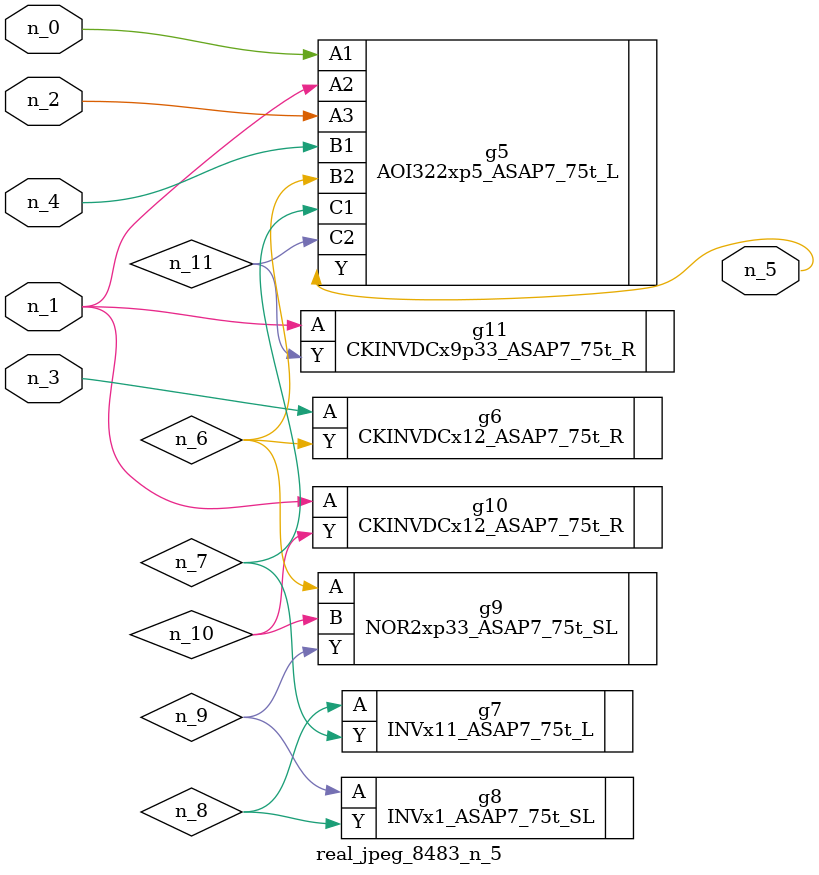
<source format=v>
module real_jpeg_8483_n_5 (n_4, n_0, n_1, n_2, n_3, n_5);

input n_4;
input n_0;
input n_1;
input n_2;
input n_3;

output n_5;

wire n_8;
wire n_11;
wire n_6;
wire n_7;
wire n_10;
wire n_9;

AOI322xp5_ASAP7_75t_L g5 ( 
.A1(n_0),
.A2(n_1),
.A3(n_2),
.B1(n_4),
.B2(n_6),
.C1(n_7),
.C2(n_11),
.Y(n_5)
);

CKINVDCx12_ASAP7_75t_R g10 ( 
.A(n_1),
.Y(n_10)
);

CKINVDCx9p33_ASAP7_75t_R g11 ( 
.A(n_1),
.Y(n_11)
);

CKINVDCx12_ASAP7_75t_R g6 ( 
.A(n_3),
.Y(n_6)
);

NOR2xp33_ASAP7_75t_SL g9 ( 
.A(n_6),
.B(n_10),
.Y(n_9)
);

INVx11_ASAP7_75t_L g7 ( 
.A(n_8),
.Y(n_7)
);

INVx1_ASAP7_75t_SL g8 ( 
.A(n_9),
.Y(n_8)
);


endmodule
</source>
